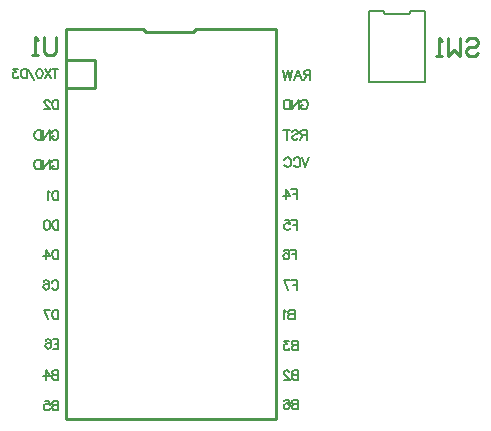
<source format=gbr>
%TF.GenerationSoftware,Altium Limited,Altium Designer,20.1.12 (249)*%
G04 Layer_Color=32896*
%FSLAX26Y26*%
%MOIN*%
%TF.SameCoordinates,4EBFCD2D-B14F-4313-BC4F-D652A0771492*%
%TF.FilePolarity,Positive*%
%TF.FileFunction,Legend,Bot*%
%TF.Part,Single*%
G01*
G75*
%TA.AperFunction,NonConductor*%
%ADD18C,0.010000*%
%ADD19C,0.007874*%
%ADD20C,0.005906*%
D18*
X742126Y1373228D02*
X837598D01*
Y1468701D01*
X741142D02*
X837598D01*
X909764Y1570472D02*
X997264D01*
X1007264Y1560472D01*
X1172264Y1570472D02*
X1259764D01*
X1162264Y1560472D02*
X1172264Y1570472D01*
X1439764Y270472D02*
X1439764Y1570472D01*
X741142Y270472D02*
X741142Y1570472D01*
X1007264Y1560472D02*
X1162264D01*
X741142Y1570472D02*
X909764D01*
X741142Y270472D02*
X1439764D01*
X1259764Y1570472D02*
X1439764D01*
X706522Y1544557D02*
Y1494573D01*
X696526Y1484577D01*
X676532D01*
X666535Y1494573D01*
Y1544557D01*
X646542Y1484577D02*
X626548D01*
X636545D01*
Y1544557D01*
X646542Y1534560D01*
X2073691Y1531017D02*
X2083688Y1541014D01*
X2103681D01*
X2113678Y1531017D01*
Y1521020D01*
X2103681Y1511024D01*
X2083688D01*
X2073691Y1501027D01*
Y1491030D01*
X2083688Y1481033D01*
X2103681D01*
X2113678Y1491030D01*
X2053698Y1541014D02*
Y1481033D01*
X2033704Y1501027D01*
X2013710Y1481033D01*
Y1541014D01*
X1993717Y1481033D02*
X1973723D01*
X1983720D01*
Y1541014D01*
X1993717Y1531017D01*
D19*
X1889764Y1629921D02*
X1937008D01*
X1881890Y1622047D02*
X1889764Y1629921D01*
X1748032D02*
X1795276D01*
X1803150Y1622047D01*
X1881890D01*
X1937008Y1393701D02*
Y1629921D01*
X1748032Y1393701D02*
X1937008D01*
X1748032D02*
Y1629921D01*
D20*
X714567Y331883D02*
Y300394D01*
Y331883D02*
X701072D01*
X696573Y330383D01*
X695074Y328884D01*
X693574Y325885D01*
Y322886D01*
X695074Y319887D01*
X696573Y318387D01*
X701072Y316888D01*
X714567D02*
X701072D01*
X696573Y315388D01*
X695074Y313889D01*
X693574Y310890D01*
Y306392D01*
X695074Y303392D01*
X696573Y301893D01*
X701072Y300394D01*
X714567D01*
X668533Y331883D02*
X683528D01*
X685027Y318387D01*
X683528Y319887D01*
X679029Y321386D01*
X674531D01*
X670032Y319887D01*
X667033Y316888D01*
X665534Y312389D01*
Y309390D01*
X667033Y304892D01*
X670032Y301893D01*
X674531Y300394D01*
X679029D01*
X683528Y301893D01*
X685027Y303392D01*
X686527Y306392D01*
X714567Y434245D02*
Y402756D01*
Y434245D02*
X701072D01*
X696573Y432746D01*
X695074Y431246D01*
X693574Y428247D01*
Y425248D01*
X695074Y422249D01*
X696573Y420750D01*
X701072Y419250D01*
X714567D02*
X701072D01*
X696573Y417751D01*
X695074Y416251D01*
X693574Y413252D01*
Y408754D01*
X695074Y405755D01*
X696573Y404255D01*
X701072Y402756D01*
X714567D01*
X671532Y434245D02*
X686527Y413252D01*
X664034D01*
X671532Y434245D02*
Y402756D01*
X695074Y536607D02*
X714567D01*
Y505118D01*
X695074D01*
X714567Y521612D02*
X702571D01*
X671832Y532109D02*
X673331Y535108D01*
X677830Y536607D01*
X680828D01*
X685327Y535108D01*
X688326Y530609D01*
X689825Y523112D01*
Y515615D01*
X688326Y509616D01*
X685327Y506618D01*
X680828Y505118D01*
X679329D01*
X674831Y506618D01*
X671832Y509616D01*
X670332Y514115D01*
Y515615D01*
X671832Y520113D01*
X674831Y523112D01*
X679329Y524611D01*
X680828D01*
X685327Y523112D01*
X688326Y520113D01*
X689825Y515615D01*
X704071Y1438744D02*
Y1407254D01*
X714567Y1438744D02*
X693574D01*
X689825D02*
X668832Y1407254D01*
Y1438744D02*
X689825Y1407254D01*
X652788Y1438744D02*
X657286Y1437244D01*
X660285Y1432746D01*
X661785Y1425248D01*
Y1420750D01*
X660285Y1413252D01*
X657286Y1408754D01*
X652788Y1407254D01*
X649789D01*
X645290Y1408754D01*
X642292Y1413252D01*
X640792Y1420750D01*
Y1425248D01*
X642292Y1432746D01*
X645290Y1437244D01*
X649789Y1438744D01*
X652788D01*
X633744Y1402756D02*
X612751Y1438744D01*
X610652D02*
Y1407254D01*
Y1438744D02*
X600156D01*
X595657Y1437244D01*
X592658Y1434245D01*
X591159Y1431246D01*
X589659Y1426748D01*
Y1419250D01*
X591159Y1414752D01*
X592658Y1411753D01*
X595657Y1408754D01*
X600156Y1407254D01*
X610652D01*
X579613Y1438744D02*
X563118D01*
X572115Y1426748D01*
X567617D01*
X564618Y1425248D01*
X563118Y1423749D01*
X561619Y1419250D01*
Y1416251D01*
X563118Y1411753D01*
X566117Y1408754D01*
X570616Y1407254D01*
X575114D01*
X579613Y1408754D01*
X581112Y1410253D01*
X582612Y1413252D01*
X714567Y635033D02*
Y603543D01*
Y635033D02*
X704071D01*
X699572Y633533D01*
X696573Y630534D01*
X695074Y627535D01*
X693574Y623037D01*
Y615539D01*
X695074Y611041D01*
X696573Y608042D01*
X699572Y605043D01*
X704071Y603543D01*
X714567D01*
X665534Y635033D02*
X680529Y603543D01*
X686527Y635033D02*
X665534D01*
X692075Y725960D02*
X693574Y728959D01*
X696573Y731958D01*
X699572Y733458D01*
X705570D01*
X708569Y731958D01*
X711568Y728959D01*
X713067Y725960D01*
X714567Y721462D01*
Y713964D01*
X713067Y709466D01*
X711568Y706467D01*
X708569Y703468D01*
X705570Y701968D01*
X699572D01*
X696573Y703468D01*
X693574Y706467D01*
X692075Y709466D01*
X665234Y728959D02*
X666733Y731958D01*
X671232Y733458D01*
X674231D01*
X678729Y731958D01*
X681728Y727460D01*
X683228Y719962D01*
Y712465D01*
X681728Y706467D01*
X678729Y703468D01*
X674231Y701968D01*
X672731D01*
X668233Y703468D01*
X665234Y706467D01*
X663734Y710965D01*
Y712465D01*
X665234Y716963D01*
X668233Y719962D01*
X672731Y721462D01*
X674231D01*
X678729Y719962D01*
X681728Y716963D01*
X683228Y712465D01*
X714567Y835820D02*
Y804331D01*
Y835820D02*
X704071D01*
X699572Y834321D01*
X696573Y831322D01*
X695074Y828322D01*
X693574Y823824D01*
Y816327D01*
X695074Y811828D01*
X696573Y808829D01*
X699572Y805830D01*
X704071Y804331D01*
X714567D01*
X671532Y835820D02*
X686527Y814827D01*
X664034D01*
X671532Y835820D02*
Y804331D01*
X714567Y934245D02*
Y902756D01*
Y934245D02*
X704071D01*
X699572Y932746D01*
X696573Y929747D01*
X695074Y926748D01*
X693574Y922249D01*
Y914752D01*
X695074Y910253D01*
X696573Y907254D01*
X699572Y904255D01*
X704071Y902756D01*
X714567D01*
X677529Y934245D02*
X682028Y932746D01*
X685027Y928247D01*
X686527Y920750D01*
Y916251D01*
X685027Y908754D01*
X682028Y904255D01*
X677529Y902756D01*
X674531D01*
X670032Y904255D01*
X667033Y908754D01*
X665534Y916251D01*
Y920750D01*
X667033Y928247D01*
X670032Y932746D01*
X674531Y934245D01*
X677529D01*
X714567Y1032670D02*
Y1001181D01*
Y1032670D02*
X704071D01*
X699572Y1031171D01*
X696573Y1028172D01*
X695074Y1025173D01*
X693574Y1020674D01*
Y1013177D01*
X695074Y1008678D01*
X696573Y1005679D01*
X699572Y1002680D01*
X704071Y1001181D01*
X714567D01*
X686527Y1026672D02*
X683528Y1028172D01*
X679029Y1032670D01*
Y1001181D01*
X692075Y1127535D02*
X693574Y1130534D01*
X696573Y1133533D01*
X699572Y1135033D01*
X705570D01*
X708569Y1133533D01*
X711568Y1130534D01*
X713067Y1127535D01*
X714567Y1123037D01*
Y1115539D01*
X713067Y1111041D01*
X711568Y1108042D01*
X708569Y1105043D01*
X705570Y1103543D01*
X699572D01*
X696573Y1105043D01*
X693574Y1108042D01*
X692075Y1111041D01*
Y1115539D01*
X699572D02*
X692075D01*
X684877Y1135033D02*
Y1103543D01*
Y1135033D02*
X663884Y1103543D01*
Y1135033D02*
Y1103543D01*
X655187Y1135033D02*
Y1103543D01*
Y1135033D02*
X644691D01*
X640192Y1133533D01*
X637193Y1130534D01*
X635694Y1127535D01*
X634194Y1123037D01*
Y1115539D01*
X635694Y1111041D01*
X637193Y1108042D01*
X640192Y1105043D01*
X644691Y1103543D01*
X655187D01*
X714567Y1335820D02*
Y1304331D01*
Y1335820D02*
X704071D01*
X699572Y1334321D01*
X696573Y1331322D01*
X695074Y1328322D01*
X693574Y1323824D01*
Y1316326D01*
X695074Y1311828D01*
X696573Y1308829D01*
X699572Y1305830D01*
X704071Y1304331D01*
X714567D01*
X685027Y1328322D02*
Y1329822D01*
X683528Y1332821D01*
X682028Y1334321D01*
X679029Y1335820D01*
X673031D01*
X670032Y1334321D01*
X668533Y1332821D01*
X667033Y1329822D01*
Y1326823D01*
X668533Y1323824D01*
X671532Y1319325D01*
X686527Y1304331D01*
X665534D01*
X1513780Y335820D02*
Y304331D01*
Y335820D02*
X1500284D01*
X1495786Y334320D01*
X1494286Y332821D01*
X1492787Y329822D01*
Y326823D01*
X1494286Y323824D01*
X1495786Y322325D01*
X1500284Y320825D01*
X1513780D02*
X1500284D01*
X1495786Y319325D01*
X1494286Y317826D01*
X1492787Y314827D01*
Y310329D01*
X1494286Y307330D01*
X1495786Y305830D01*
X1500284Y304331D01*
X1513780D01*
X1467745Y331322D02*
X1469245Y334320D01*
X1473743Y335820D01*
X1476742D01*
X1481241Y334320D01*
X1484240Y329822D01*
X1485739Y322325D01*
Y314827D01*
X1484240Y308829D01*
X1481241Y305830D01*
X1476742Y304331D01*
X1475243D01*
X1470744Y305830D01*
X1467745Y308829D01*
X1466246Y313328D01*
Y314827D01*
X1467745Y319325D01*
X1470744Y322325D01*
X1475243Y323824D01*
X1476742D01*
X1481241Y322325D01*
X1484240Y319325D01*
X1485739Y314827D01*
X1513780Y434245D02*
Y402756D01*
Y434245D02*
X1500284D01*
X1495786Y432746D01*
X1494286Y431246D01*
X1492787Y428247D01*
Y425248D01*
X1494286Y422249D01*
X1495786Y420750D01*
X1500284Y419250D01*
X1513780D02*
X1500284D01*
X1495786Y417751D01*
X1494286Y416251D01*
X1492787Y413252D01*
Y408754D01*
X1494286Y405755D01*
X1495786Y404255D01*
X1500284Y402756D01*
X1513780D01*
X1484240Y426748D02*
Y428247D01*
X1482740Y431246D01*
X1481241Y432746D01*
X1478242Y434245D01*
X1472244D01*
X1469245Y432746D01*
X1467745Y431246D01*
X1466246Y428247D01*
Y425248D01*
X1467745Y422249D01*
X1470744Y417751D01*
X1485739Y402756D01*
X1464746D01*
X1513780Y532670D02*
Y501181D01*
Y532670D02*
X1500284D01*
X1495786Y531171D01*
X1494286Y529671D01*
X1492787Y526672D01*
Y523673D01*
X1494286Y520674D01*
X1495786Y519175D01*
X1500284Y517675D01*
X1513780D02*
X1500284D01*
X1495786Y516176D01*
X1494286Y514676D01*
X1492787Y511677D01*
Y507179D01*
X1494286Y504180D01*
X1495786Y502680D01*
X1500284Y501181D01*
X1513780D01*
X1482740Y532670D02*
X1466246D01*
X1475243Y520674D01*
X1470744D01*
X1467745Y519175D01*
X1466246Y517675D01*
X1464746Y513177D01*
Y510178D01*
X1466246Y505679D01*
X1469245Y502680D01*
X1473743Y501181D01*
X1478242D01*
X1482740Y502680D01*
X1484240Y504180D01*
X1485739Y507179D01*
X1501969Y635033D02*
Y603543D01*
Y635033D02*
X1488473D01*
X1483975Y633533D01*
X1482475Y632034D01*
X1480976Y629035D01*
Y626036D01*
X1482475Y623037D01*
X1483975Y621537D01*
X1488473Y620038D01*
X1501969D02*
X1488473D01*
X1483975Y618538D01*
X1482475Y617039D01*
X1480976Y614040D01*
Y609541D01*
X1482475Y606542D01*
X1483975Y605043D01*
X1488473Y603543D01*
X1501969D01*
X1473928Y629035D02*
X1470929Y630534D01*
X1466431Y635033D01*
Y603543D01*
X1509843Y733458D02*
Y701968D01*
Y733458D02*
X1490349D01*
X1509843Y718463D02*
X1497847D01*
X1465757Y733458D02*
X1480752Y701968D01*
X1486750Y733458D02*
X1465757D01*
X1509843Y934245D02*
Y902756D01*
Y934245D02*
X1490349D01*
X1509843Y919250D02*
X1497847D01*
X1468756Y934245D02*
X1483751D01*
X1485251Y920750D01*
X1483751Y922249D01*
X1479253Y923749D01*
X1474755D01*
X1470256Y922249D01*
X1467257Y919250D01*
X1465757Y914752D01*
Y911753D01*
X1467257Y907254D01*
X1470256Y904255D01*
X1474755Y902756D01*
X1479253D01*
X1483751Y904255D01*
X1485251Y905755D01*
X1486750Y908754D01*
X1509843Y1036607D02*
Y1005118D01*
Y1036607D02*
X1490349D01*
X1509843Y1021612D02*
X1497847D01*
X1471755Y1036607D02*
X1486750Y1015615D01*
X1464258D01*
X1471755Y1036607D02*
Y1005118D01*
X1549213Y1142907D02*
X1537217Y1111417D01*
X1525221Y1142907D02*
X1537217Y1111417D01*
X1498680Y1135409D02*
X1500179Y1138408D01*
X1503178Y1141407D01*
X1506177Y1142907D01*
X1512175D01*
X1515174Y1141407D01*
X1518173Y1138408D01*
X1519673Y1135409D01*
X1521172Y1130911D01*
Y1123413D01*
X1519673Y1118915D01*
X1518173Y1115916D01*
X1515174Y1112917D01*
X1512175Y1111417D01*
X1506177D01*
X1503178Y1112917D01*
X1500179Y1115916D01*
X1498680Y1118915D01*
X1467340Y1135409D02*
X1468840Y1138408D01*
X1471839Y1141407D01*
X1474838Y1142907D01*
X1480836D01*
X1483835Y1141407D01*
X1486834Y1138408D01*
X1488333Y1135409D01*
X1489833Y1130911D01*
Y1123413D01*
X1488333Y1118915D01*
X1486834Y1115916D01*
X1483835Y1112917D01*
X1480836Y1111417D01*
X1474838D01*
X1471839Y1112917D01*
X1468840Y1115916D01*
X1467340Y1118915D01*
X1541339Y1233458D02*
Y1201968D01*
Y1233458D02*
X1527843D01*
X1523345Y1231958D01*
X1521845Y1230459D01*
X1520346Y1227460D01*
Y1224461D01*
X1521845Y1221462D01*
X1523345Y1219962D01*
X1527843Y1218463D01*
X1541339D01*
X1530842D02*
X1520346Y1201968D01*
X1492305Y1228959D02*
X1495304Y1231958D01*
X1499803Y1233458D01*
X1505801D01*
X1510299Y1231958D01*
X1513298Y1228959D01*
Y1225960D01*
X1511799Y1222961D01*
X1510299Y1221462D01*
X1507300Y1219962D01*
X1498303Y1216963D01*
X1495304Y1215464D01*
X1493805Y1213964D01*
X1492305Y1210965D01*
Y1206467D01*
X1495304Y1203468D01*
X1499803Y1201968D01*
X1505801D01*
X1510299Y1203468D01*
X1513298Y1206467D01*
X1474761Y1233458D02*
Y1201968D01*
X1485258Y1233458D02*
X1464265D01*
X1522783Y1328322D02*
X1524283Y1331322D01*
X1527282Y1334321D01*
X1530281Y1335820D01*
X1536279D01*
X1539278Y1334321D01*
X1542277Y1331322D01*
X1543776Y1328322D01*
X1545276Y1323824D01*
Y1316326D01*
X1543776Y1311828D01*
X1542277Y1308829D01*
X1539278Y1305830D01*
X1536279Y1304331D01*
X1530281D01*
X1527282Y1305830D01*
X1524283Y1308829D01*
X1522783Y1311828D01*
Y1316326D01*
X1530281D02*
X1522783D01*
X1515586Y1335820D02*
Y1304331D01*
Y1335820D02*
X1494593Y1304331D01*
Y1335820D02*
Y1304331D01*
X1485896Y1335820D02*
Y1304331D01*
Y1335820D02*
X1475399D01*
X1470901Y1334321D01*
X1467902Y1331322D01*
X1466402Y1328322D01*
X1464903Y1323824D01*
Y1316326D01*
X1466402Y1311828D01*
X1467902Y1308829D01*
X1470901Y1305830D01*
X1475399Y1304331D01*
X1485896D01*
X1553150Y1434245D02*
Y1402756D01*
Y1434245D02*
X1539654D01*
X1535156Y1432746D01*
X1533656Y1431246D01*
X1532157Y1428247D01*
Y1425248D01*
X1533656Y1422249D01*
X1535156Y1420750D01*
X1539654Y1419250D01*
X1553150D01*
X1542653D02*
X1532157Y1402756D01*
X1501117D02*
X1513113Y1434245D01*
X1525109Y1402756D01*
X1520611Y1413252D02*
X1505616D01*
X1493770Y1434245D02*
X1486272Y1402756D01*
X1478775Y1434245D02*
X1486272Y1402756D01*
X1478775Y1434245D02*
X1471277Y1402756D01*
X1463780Y1434245D02*
X1471277Y1402756D01*
X692075Y1225960D02*
X693574Y1228959D01*
X696573Y1231958D01*
X699572Y1233458D01*
X705570D01*
X708569Y1231958D01*
X711568Y1228959D01*
X713067Y1225960D01*
X714567Y1221462D01*
Y1213964D01*
X713067Y1209466D01*
X711568Y1206467D01*
X708569Y1203468D01*
X705570Y1201968D01*
X699572D01*
X696573Y1203468D01*
X693574Y1206467D01*
X692075Y1209466D01*
Y1213964D01*
X699572D02*
X692075D01*
X684877Y1233458D02*
Y1201968D01*
Y1233458D02*
X663884Y1201968D01*
Y1233458D02*
Y1201968D01*
X655187Y1233458D02*
Y1201968D01*
Y1233458D02*
X644691D01*
X640192Y1231958D01*
X637193Y1228959D01*
X635694Y1225960D01*
X634194Y1221462D01*
Y1213964D01*
X635694Y1209466D01*
X637193Y1206467D01*
X640192Y1203468D01*
X644691Y1201968D01*
X655187D01*
X1505906Y835820D02*
Y804331D01*
Y835820D02*
X1486412D01*
X1505906Y820825D02*
X1493910D01*
X1464820Y831322D02*
X1466319Y834321D01*
X1470818Y835820D01*
X1473816D01*
X1478315Y834321D01*
X1481314Y829822D01*
X1482813Y822324D01*
Y814827D01*
X1481314Y808829D01*
X1478315Y805830D01*
X1473816Y804331D01*
X1472317D01*
X1467819Y805830D01*
X1464820Y808829D01*
X1463320Y813328D01*
Y814827D01*
X1464820Y819326D01*
X1467819Y822324D01*
X1472317Y823824D01*
X1473816D01*
X1478315Y822324D01*
X1481314Y819326D01*
X1482813Y814827D01*
%TF.MD5,463a11e84fa476b11aa6b1ea46929fb2*%
M02*

</source>
